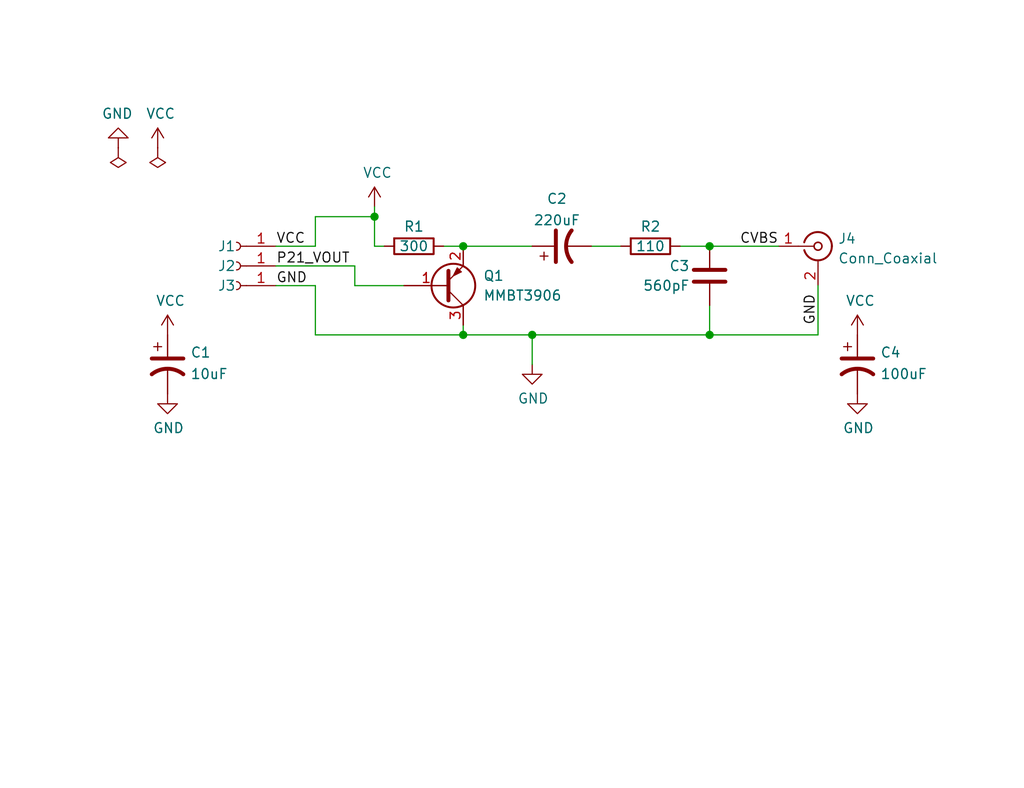
<source format=kicad_sch>
(kicad_sch (version 20211123) (generator eeschema)
  (paper "User" 131.978 101.6)
  (title_block (title "squeeki-kleen! Video FC") (date "2022-12-14") (rev "1.0.0") (company "Persune") (comment 1 "Schematics based on https://www.nesdev.org/wiki/PPU_pinout#Composite_Video_Output") (comment 2 "Use twisted pair or shielded coaxial cable when connecting PCB output to RCA jack!"))
  (lib_symbols
    (symbol "Connector:Conn_01x01_Female" (pin_names (offset 1.016) hide)
      (property "Reference" "J" (at 0 2.54 0))
      (property "Value" "Conn_01x01_Female" (at 0 -2.54 0))
      (symbol "Conn_01x01_Female_1_1"
        (polyline (pts (xy -1.27 0) (xy -0.508 0)) (stroke (width 0.1524)))
        (arc (start 0 0.508) (mid -0.508 0) (end 0 -0.508) (stroke (width 0.1524)))
        (pin passive line (at -5.08 0 0) (length 3.81) (name "Pin_1") (number "1"))
      )
    )
    (symbol "Connector:Conn_Coaxial" (pin_names (offset 1.016) hide)
      (property "Reference" "J" (at 0.254 3.048 0))
      (property "Value" "Conn_Coaxial" (at 2.921 0 90))
      (symbol "Conn_Coaxial_0_1"
        (arc (start -1.778 -0.508) (mid 0.2311 -1.8066) (end 1.778 0) (stroke (width 0.254)))
        (polyline (pts (xy -2.54 0) (xy -0.508 0)))
        (polyline (pts (xy 0 -2.54) (xy 0 -1.778)))
        (circle (center 0 0) (radius 0.508) (stroke (width 0.2032)))
        (arc (start 1.778 0) (mid 0.2099 1.8101) (end -1.778 0.508) (stroke (width 0.254)))
      )
      (symbol "Conn_Coaxial_1_1"
        (pin passive line (at -5.08 0 0) (length 2.54) (name "In") (number "1"))
        (pin passive line (at 0 -5.08 90) (length 2.54) (name "Ext") (number "2"))
      )
    )
    (symbol "Device:C" (pin_numbers hide) (pin_names (offset 0.254))
      (property "Reference" "C" (at 0.635 2.54 0))
      (property "Value" "C" (at 0.635 -2.54 0))
      (symbol "C_0_1"
        (polyline (pts (xy -2.032 -0.762) (xy 2.032 -0.762)) (stroke (width 0.508)))
        (polyline (pts (xy -2.032 0.762) (xy 2.032 0.762)) (stroke (width 0.508)))
      )
      (symbol "C_1_1"
        (pin passive line (at 0 3.81 270) (length 2.794) (name "~") (number "1"))
        (pin passive line (at 0 -3.81 90) (length 2.794) (name "~") (number "2"))
      )
    )
    (symbol "Device:C_Polarized_US" (pin_numbers hide) (pin_names (offset 0.254) hide)
      (property "Reference" "C" (at 0.635 2.54 0))
      (property "Value" "C_Polarized_US" (at 0.635 -2.54 0))
      (symbol "C_Polarized_US_0_1"
        (polyline (pts (xy -2.032 0.762) (xy 2.032 0.762)) (stroke (width 0.508)))
        (polyline (pts (xy -1.778 2.286) (xy -0.762 2.286)))
        (polyline (pts (xy -1.27 1.778) (xy -1.27 2.794)))
        (arc (start 2.032 -1.27) (mid 0 -0.5572) (end -2.032 -1.27) (stroke (width 0.508)))
      )
      (symbol "C_Polarized_US_1_1"
        (pin passive line (at 0 3.81 270) (length 2.794) (name "~") (number "1"))
        (pin passive line (at 0 -3.81 90) (length 3.302) (name "~") (number "2"))
      )
    )
    (symbol "Device:Q_PNP_BEC" (pin_names (offset 0) hide)
      (property "Reference" "Q" (at 5.08 1.27 0))
      (property "Value" "Q_PNP_BEC" (at 5.08 -1.27 0))
      (symbol "Q_PNP_BEC_0_1"
        (polyline (pts (xy 0.635 0.635) (xy 2.54 2.54)))
        (polyline (pts (xy 0.635 -0.635) (xy 2.54 -2.54) (xy 2.54 -2.54)))
        (polyline (pts (xy 0.635 1.905) (xy 0.635 -1.905) (xy 0.635 -1.905)) (stroke (width 0.508)))
        (polyline (pts (xy 2.286 -1.778) (xy 1.778 -2.286) (xy 1.27 -1.27) (xy 2.286 -1.778) (xy 2.286 -1.778)) (fill (type outline)))
        (circle (center 1.27 0) (radius 2.8194) (stroke (width 0.254)))
      )
      (symbol "Q_PNP_BEC_1_1"
        (pin input line (at -5.08 0 0) (length 5.715) (name "B") (number "1"))
        (pin passive line (at 2.54 -5.08 90) (length 2.54) (name "E") (number "2"))
        (pin passive line (at 2.54 5.08 270) (length 2.54) (name "C") (number "3"))
      )
    )
    (symbol "Device:R" (pin_numbers hide) (pin_names (offset 0))
      (property "Reference" "R" (at 2.032 0 90))
      (property "Value" "R" (at 0 0 90))
      (symbol "R_0_1"
        (rectangle (start -1.016 -2.54) (end 1.016 2.54) (stroke (width 0.254)))
      )
      (symbol "R_1_1"
        (pin passive line (at 0 3.81 270) (length 1.27) (name "~") (number "1"))
        (pin passive line (at 0 -3.81 90) (length 1.27) (name "~") (number "2"))
      )
    )
    (symbol "power:GND" (power) (pin_names (offset 0))
      (property "Value" "GND" (at 0 -3.81 0))
      (symbol "GND_0_1"
        (polyline (pts (xy 0 0) (xy 0 -1.27) (xy 1.27 -1.27) (xy 0 -2.54) (xy -1.27 -1.27) (xy 0 -1.27)))
      )
      (symbol "GND_1_1"
        (pin power_in line (at 0 0 270) (length 0) hide (name "GND") (number "1"))
      )
    )
    (symbol "power:PWR_FLAG" (power) (pin_numbers hide) (pin_names (offset 0) hide)
      (property "Value" "PWR_FLAG" (at 0 3.81 0))
      (symbol "PWR_FLAG_0_0"
        (pin power_out line (at 0 0 90) (length 0) (name "pwr") (number "1"))
      )
      (symbol "PWR_FLAG_0_1"
        (polyline (pts (xy 0 0) (xy 0 1.27) (xy -1.016 1.905) (xy 0 2.54) (xy 1.016 1.905) (xy 0 1.27)))
      )
    )
    (symbol "power:VCC" (power) (pin_names (offset 0))
      (property "Value" "VCC" (at 0 3.81 0))
      (symbol "VCC_0_1"
        (polyline (pts (xy -0.762 1.27) (xy 0 2.54)))
        (polyline (pts (xy 0 0) (xy 0 2.54)))
        (polyline (pts (xy 0 2.54) (xy 0.762 1.27)))
      )
      (symbol "VCC_1_1"
        (pin power_in line (at 0 0 90) (length 0) hide (name "VCC") (number "1"))
      )
    )
  )
  (junction (at 59.69 43.18))
  (junction (at 91.44 43.18))
  (junction (at 91.44 31.75))
  (junction (at 68.58 43.18))
  (junction (at 48.26 27.94))
  (junction (at 59.69 31.75))
  (wire (pts (xy 59.69 31.75) (xy 68.58 31.75)))
  (wire (pts (xy 68.58 43.18) (xy 91.44 43.18)))
  (wire (pts (xy 45.72 34.29) (xy 45.72 36.83)))
  (wire (pts (xy 40.64 43.18) (xy 59.69 43.18)))
  (wire (pts (xy 40.64 36.83) (xy 40.64 43.18)))
  (wire (pts (xy 48.26 27.94) (xy 48.26 31.75)))
  (wire (pts (xy 59.69 43.18) (xy 68.58 43.18)))
  (wire (pts (xy 91.44 39.37) (xy 91.44 43.18)))
  (wire (pts (xy 49.53 31.75) (xy 48.26 31.75)))
  (wire (pts (xy 80.01 31.75) (xy 76.2 31.75)))
  (wire (pts (xy 40.64 27.94) (xy 48.26 27.94)))
  (wire (pts (xy 35.56 34.29) (xy 45.72 34.29)))
  (wire (pts (xy 35.56 36.83) (xy 40.64 36.83)))
  (wire (pts (xy 59.69 41.91) (xy 59.69 43.18)))
  (wire (pts (xy 87.63 31.75) (xy 91.44 31.75)))
  (wire (pts (xy 48.26 26.67) (xy 48.26 27.94)))
  (wire (pts (xy 35.56 31.75) (xy 40.64 31.75)))
  (wire (pts (xy 45.72 36.83) (xy 52.07 36.83)))
  (wire (pts (xy 40.64 31.75) (xy 40.64 27.94)))
  (wire (pts (xy 91.44 43.18) (xy 105.41 43.18)))
  (wire (pts (xy 91.44 31.75) (xy 100.33 31.75)))
  (wire (pts (xy 57.15 31.75) (xy 59.69 31.75)))
  (wire (pts (xy 68.58 43.18) (xy 68.58 46.99)))
  (wire (pts (xy 105.41 43.18) (xy 105.41 36.83)))
  (label "GND" (at 35.56 36.83 0))
  (label "CVBS" (at 100.33 31.75 180))
  (label "P21_VOUT" (at 35.56 34.29 0))
  (label "VCC" (at 35.56 31.75 0))
  (label "GND" (at 105.41 41.91 90))
  (symbol (lib_id "Connector:Conn_01x01_Female") (at 30.48 36.83 180) (unit 1)
    (property "Reference" "J3" (at 29.21 36.83 0))
    (property "Value" "GND" (effects hide))
    (property "Footprint" "custom footprints:THT_Hole" (effects hide))
  )
  (symbol (lib_id "Connector:Conn_01x01_Female") (at 30.48 31.75 180) (unit 1)
    (property "Reference" "J1" (at 29.21 31.75 0))
    (property "Value" "VCC" (effects hide))
    (property "Footprint" "custom footprints:THT_Hole" (effects hide))
  )
  (symbol (lib_id "Connector:Conn_01x01_Female") (at 30.48 34.29 180) (unit 1)
    (property "Reference" "J2" (at 29.21 34.29 0))
    (property "Value" "VOUT" (effects hide))
    (property "Footprint" "custom footprints:THT_Hole" (effects hide))
  )
  (symbol (lib_id "Device:C") (at 91.44 35.56 0) (unit 1)
    (property "Reference" "C3" (at 88.9 34.29 0) (effects (justify right)))
    (property "Value" "560pF" (at 88.9 36.83 0) (effects (justify right)))
    (property "Footprint" "Capacitor_SMD:C_0805_2012Metric_Pad1.18x1.45mm_HandSolder" (effects hide))
    (property "LCSC" "C527188" (effects hide))
  )
  (symbol (lib_id "Device:R") (at 53.34 31.75 270) (unit 1)
    (property "Reference" "R1" (at 53.34 29.21 90))
    (property "Value" "300" (at 53.34 31.75 90))
    (property "Footprint" "Resistor_SMD:R_0805_2012Metric_Pad1.20x1.40mm_HandSolder" (effects hide))
    (property "LCSC" "C17617" (effects hide))
  )
  (symbol (lib_id "Device:R") (at 83.82 31.75 270) (unit 1)
    (property "Reference" "R2" (at 83.82 29.21 90))
    (property "Value" "110" (at 83.82 31.75 90))
    (property "Footprint" "Resistor_SMD:R_0805_2012Metric_Pad1.20x1.40mm_HandSolder" (effects hide))
    (property "LCSC" "C229072" (effects hide))
  )
  (symbol (lib_id "power:GND") (at 15.24 19.05 180) (unit 1)
    (property "Reference" "#PWR01" (effects hide))
    (property "Value" "GND" (at 15.113 14.6558 0))
  )
  (symbol (lib_id "power:VCC") (at 20.32 19.05 0) (unit 1)
    (property "Reference" "#PWR02" (effects hide))
    (property "Value" "VCC" (at 20.701 14.6558 0))
  )
  (symbol (lib_id "power:PWR_FLAG") (at 15.24 19.05 180) (unit 1)
    (property "Reference" "#FLG01" (effects hide))
    (property "Value" "PWR_FLAG" (effects hide))
  )
  (symbol (lib_id "power:PWR_FLAG") (at 20.32 19.05 180) (unit 1)
    (property "Reference" "#FLG02" (effects hide))
    (property "Value" "PWR_FLAG" (effects hide))
  )
  (symbol (lib_id "power:VCC") (at 21.59 43.18 0) (unit 1)
    (property "Reference" "#PWR03" (effects hide))
    (property "Value" "VCC" (at 21.971 38.7858 0))
  )
  (symbol (lib_id "power:GND") (at 21.59 50.8 0) (unit 1)
    (property "Reference" "#PWR04" (effects hide))
    (property "Value" "GND" (at 21.717 55.1942 0))
  )
  (symbol (lib_id "power:VCC") (at 48.26 26.67 0) (unit 1)
    (property "Reference" "#PWR05" (effects hide))
    (property "Value" "VCC" (at 48.641 22.2758 0))
  )
  (symbol (lib_id "power:GND") (at 68.58 46.99 0) (unit 1)
    (property "Reference" "#PWR06" (effects hide))
    (property "Value" "GND" (at 68.707 51.3842 0))
  )
  (symbol (lib_id "power:GND") (at 110.49 50.8 0) (unit 1)
    (property "Reference" "#PWR08" (effects hide))
    (property "Value" "GND" (at 110.617 55.1942 0))
  )
  (symbol (lib_id "Device:Q_PNP_BEC") (at 57.15 36.83 0) (mirror x) (unit 1)
    (property "Reference" "Q1" (at 62.23 35.5599 0) (effects (justify left)))
    (property "Value" "MMBT3906" (at 62.23 38.0999 0) (effects (justify left)))
    (property "Footprint" "Package_TO_SOT_SMD:SOT-23" (effects hide))
    (property "Datasheet" "https://datasheet.lcsc.com/lcsc/2109011130_YONGYUTAI-MMBT3906_C2891809.pdf" (effects hide))
  )
  (symbol (lib_id "Device:C_Polarized_US") (at 72.39 31.75 90) (unit 1)
    (property "Reference" "C2" (at 71.755 25.6245 90))
    (property "Value" "220uF" (at 71.755 28.3996 90))
    (property "Footprint" "Capacitor_SMD:CP_Elec_6.3x5.4" (effects hide))
    (property "LCSC" "C72494" (effects hide))
  )
  (symbol (lib_id "Connector:Conn_Coaxial") (at 105.41 31.75 0) (unit 1)
    (property "Reference" "J4" (at 107.95 30.7731 0) (effects (justify left)))
    (property "Value" "Conn_Coaxial" (at 107.95 33.3131 0) (effects (justify left)))
    (property "Footprint" "Connector_Coaxial:MMCX_Molex_73415-0961_Horizontal_0.8mm-PCB" (effects hide))
    (property "Datasheet" " ~" (effects hide))
  )
  (symbol (lib_id "Device:C_Polarized_US") (at 110.49 46.99 0) (unit 1)
    (property "Reference" "C4" (at 113.411 45.4465 0) (effects (justify left)))
    (property "Value" "100uF" (at 113.411 48.2216 0) (effects (justify left)))
    (property "Footprint" "Capacitor_SMD:CP_Elec_6.3x4.5" (effects hide))
    (property "LCSC" "C1508940" (effects hide))
  )
  (symbol (lib_id "power:VCC") (at 110.49 43.18 0) (unit 1)
    (property "Reference" "#PWR07" (effects hide))
    (property "Value" "VCC" (at 110.871 38.7858 0))
  )
  (symbol (lib_id "Device:C_Polarized_US") (at 21.59 46.99 0) (unit 1)
    (property "Reference" "C1" (at 24.511 45.4465 0) (effects (justify left)))
    (property "Value" "10uF" (at 24.511 48.2216 0) (effects (justify left)))
    (property "Footprint" "Capacitor_Tantalum_SMD:CP_EIA-3216-18_Kemet-A_Pad1.58x1.35mm_HandSolder" (effects hide))
    (property "LCSC" "C1508940" (effects hide))
  )
)
</source>
